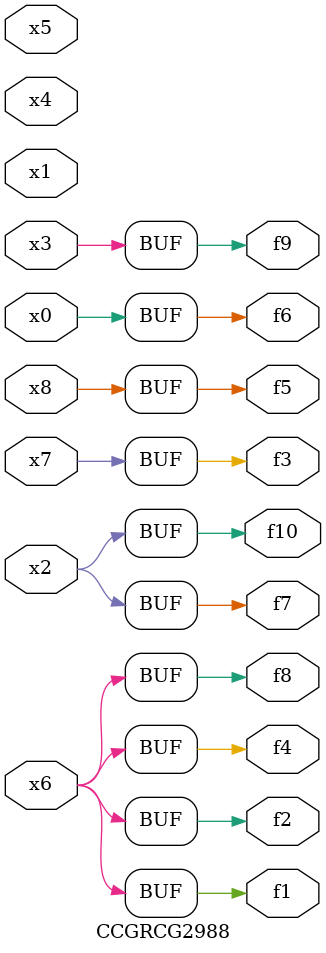
<source format=v>
module CCGRCG2988(
	input x0, x1, x2, x3, x4, x5, x6, x7, x8,
	output f1, f2, f3, f4, f5, f6, f7, f8, f9, f10
);
	assign f1 = x6;
	assign f2 = x6;
	assign f3 = x7;
	assign f4 = x6;
	assign f5 = x8;
	assign f6 = x0;
	assign f7 = x2;
	assign f8 = x6;
	assign f9 = x3;
	assign f10 = x2;
endmodule

</source>
